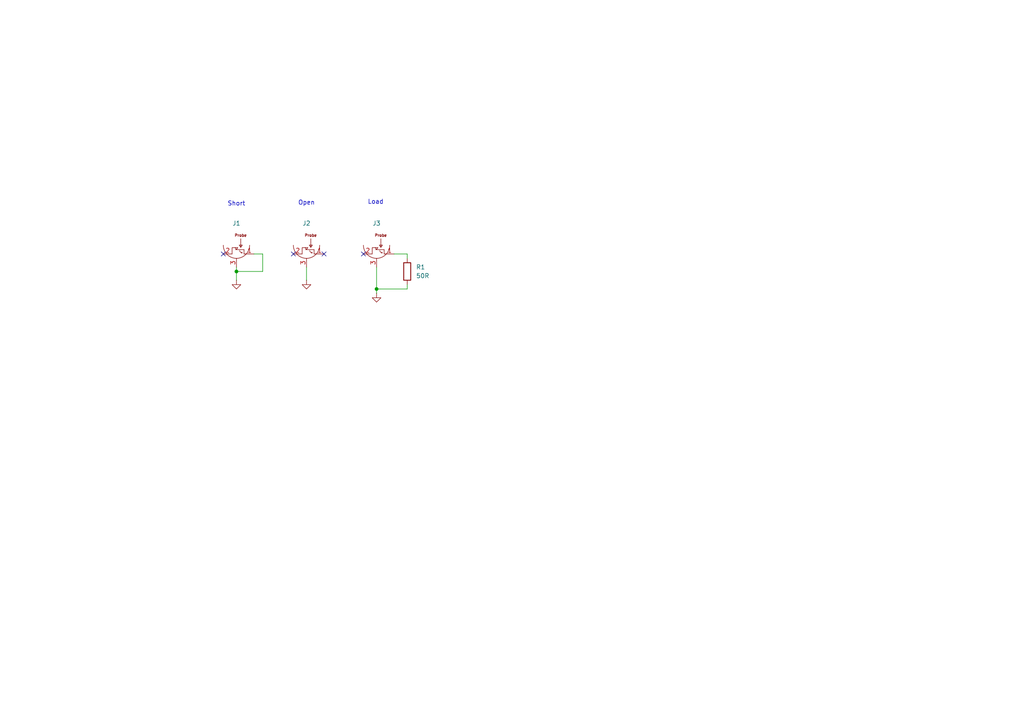
<source format=kicad_sch>
(kicad_sch
	(version 20231120)
	(generator "eeschema")
	(generator_version "8.0")
	(uuid "eee78a48-d061-4a3f-8d99-a02a34dfc9e6")
	(paper "A4")
	(lib_symbols
		(symbol "Connector_Custom:Conn_Coaxial_Switched"
			(pin_names
				(offset 1.016) hide)
			(exclude_from_sim no)
			(in_bom yes)
			(on_board yes)
			(property "Reference" "J"
				(at -2.54 13.97 0)
				(effects
					(font
						(size 1.27 1.27)
					)
				)
			)
			(property "Value" "Conn_Coaxial_Switched"
				(at -2.54 11.43 0)
				(effects
					(font
						(size 1.27 1.27)
					)
				)
			)
			(property "Footprint" ""
				(at -1.27 2.54 90)
				(effects
					(font
						(size 1.27 1.27)
					)
					(hide yes)
				)
			)
			(property "Datasheet" "https://au.mouser.com/datasheet/2/281/1/MURE_S_A0002490443_1-2522016.pdf"
				(at -25.4 -8.89 90)
				(effects
					(font
						(size 1.27 1.27)
					)
					(hide yes)
				)
			)
			(property "Description" "coaxial connector (BNC, SMA, SMB, SMC, Cinch/RCA, LEMO, ...)"
				(at 0 0 0)
				(effects
					(font
						(size 1.27 1.27)
					)
					(hide yes)
				)
			)
			(property "ki_keywords" "BNC SMA SMB SMC LEMO coaxial connector CINCH RCA"
				(at 0 0 0)
				(effects
					(font
						(size 1.27 1.27)
					)
					(hide yes)
				)
			)
			(property "ki_fp_filters" "*BNC* *SMA* *SMB* *SMC* *Cinch* *LEMO*"
				(at 0 0 0)
				(effects
					(font
						(size 1.27 1.27)
					)
					(hide yes)
				)
			)
			(symbol "Conn_Coaxial_Switched_0_1"
				(polyline
					(pts
						(xy -3.81 2.54) (xy -3.4581 2.5396)
					)
					(stroke
						(width 0)
						(type default)
					)
					(fill
						(type none)
					)
				)
				(polyline
					(pts
						(xy -3.4694 3.81) (xy -0.9591 3.8117)
					)
					(stroke
						(width 0)
						(type default)
					)
					(fill
						(type none)
					)
				)
				(polyline
					(pts
						(xy -3.4636 2.5479) (xy -3.4637 3.7817)
					)
					(stroke
						(width 0)
						(type default)
					)
					(fill
						(type none)
					)
				)
				(polyline
					(pts
						(xy -1.6496 4.3905) (xy -0.0436 4.3863)
					)
					(stroke
						(width 0)
						(type default)
					)
					(fill
						(type none)
					)
				)
				(polyline
					(pts
						(xy -1.27 3.81) (xy -1.6496 4.3821)
					)
					(stroke
						(width 0)
						(type default)
					)
					(fill
						(type none)
					)
				)
				(polyline
					(pts
						(xy -1.27 3.81) (xy -0.8792 4.3738)
					)
					(stroke
						(width 0)
						(type default)
					)
					(fill
						(type none)
					)
				)
				(polyline
					(pts
						(xy 0 2.54) (xy -0.0076 4.3577)
					)
					(stroke
						(width 0)
						(type default)
					)
					(fill
						(type none)
					)
				)
				(polyline
					(pts
						(xy -2.5205 6.9681) (xy -2.5205 4.4281) (xy -2.9845 5.1135) (xy -2.0634 5.1135) (xy -2.5205 4.4281)
					)
					(stroke
						(width 0)
						(type default)
					)
					(fill
						(type none)
					)
				)
			)
			(symbol "Conn_Coaxial_Switched_1_1"
				(arc
					(start -5.08 5.08)
					(mid -3.9641 2.3859)
					(end -1.27 1.27)
					(stroke
						(width 0)
						(type default)
					)
					(fill
						(type none)
					)
				)
				(arc
					(start -2.9229 2.8945)
					(mid -2.4351 3.0732)
					(end -2.2164 3.5445)
					(stroke
						(width 0)
						(type default)
					)
					(fill
						(type none)
					)
				)
				(arc
					(start -1.27 1.27)
					(mid 1.4241 2.3859)
					(end 2.54 5.08)
					(stroke
						(width 0)
						(type default)
					)
					(fill
						(type none)
					)
				)
				(polyline
					(pts
						(xy -2.923 2.8993) (xy -2.803 3.0779) (xy -2.9174 2.8965) (xy -2.7834 2.757)
					)
					(stroke
						(width 0)
						(type default)
					)
					(fill
						(type none)
					)
				)
				(text "Probe"
					(at -2.4922 7.9484 0)
					(effects
						(font
							(size 0.8 0.8)
						)
					)
				)
				(pin passive line
					(at -6.35 2.54 0)
					(length 2.54)
					(name "In"
						(effects
							(font
								(size 1.27 1.27)
							)
						)
					)
					(number "1"
						(effects
							(font
								(size 1.27 1.27)
							)
						)
					)
				)
				(pin passive line
					(at 2.54 2.54 180)
					(length 2.54)
					(name "Out"
						(effects
							(font
								(size 1.27 1.27)
							)
						)
					)
					(number "2"
						(effects
							(font
								(size 1.27 1.27)
							)
						)
					)
				)
				(pin power_in line
					(at -1.27 -1.27 90)
					(length 2.54)
					(name "GND"
						(effects
							(font
								(size 1.27 1.27)
							)
						)
					)
					(number "3"
						(effects
							(font
								(size 1.27 1.27)
							)
						)
					)
				)
			)
		)
		(symbol "Device:R"
			(pin_numbers hide)
			(pin_names
				(offset 0)
			)
			(exclude_from_sim no)
			(in_bom yes)
			(on_board yes)
			(property "Reference" "R"
				(at 2.032 0 90)
				(effects
					(font
						(size 1.27 1.27)
					)
				)
			)
			(property "Value" "R"
				(at 0 0 90)
				(effects
					(font
						(size 1.27 1.27)
					)
				)
			)
			(property "Footprint" ""
				(at -1.778 0 90)
				(effects
					(font
						(size 1.27 1.27)
					)
					(hide yes)
				)
			)
			(property "Datasheet" "~"
				(at 0 0 0)
				(effects
					(font
						(size 1.27 1.27)
					)
					(hide yes)
				)
			)
			(property "Description" "Resistor"
				(at 0 0 0)
				(effects
					(font
						(size 1.27 1.27)
					)
					(hide yes)
				)
			)
			(property "ki_keywords" "R res resistor"
				(at 0 0 0)
				(effects
					(font
						(size 1.27 1.27)
					)
					(hide yes)
				)
			)
			(property "ki_fp_filters" "R_*"
				(at 0 0 0)
				(effects
					(font
						(size 1.27 1.27)
					)
					(hide yes)
				)
			)
			(symbol "R_0_1"
				(rectangle
					(start -1.016 -2.54)
					(end 1.016 2.54)
					(stroke
						(width 0.254)
						(type default)
					)
					(fill
						(type none)
					)
				)
			)
			(symbol "R_1_1"
				(pin passive line
					(at 0 3.81 270)
					(length 1.27)
					(name "~"
						(effects
							(font
								(size 1.27 1.27)
							)
						)
					)
					(number "1"
						(effects
							(font
								(size 1.27 1.27)
							)
						)
					)
				)
				(pin passive line
					(at 0 -3.81 90)
					(length 1.27)
					(name "~"
						(effects
							(font
								(size 1.27 1.27)
							)
						)
					)
					(number "2"
						(effects
							(font
								(size 1.27 1.27)
							)
						)
					)
				)
			)
		)
		(symbol "power:GND"
			(power)
			(pin_numbers hide)
			(pin_names
				(offset 0) hide)
			(exclude_from_sim no)
			(in_bom yes)
			(on_board yes)
			(property "Reference" "#PWR"
				(at 0 -6.35 0)
				(effects
					(font
						(size 1.27 1.27)
					)
					(hide yes)
				)
			)
			(property "Value" "GND"
				(at 0 -3.81 0)
				(effects
					(font
						(size 1.27 1.27)
					)
				)
			)
			(property "Footprint" ""
				(at 0 0 0)
				(effects
					(font
						(size 1.27 1.27)
					)
					(hide yes)
				)
			)
			(property "Datasheet" ""
				(at 0 0 0)
				(effects
					(font
						(size 1.27 1.27)
					)
					(hide yes)
				)
			)
			(property "Description" "Power symbol creates a global label with name \"GND\" , ground"
				(at 0 0 0)
				(effects
					(font
						(size 1.27 1.27)
					)
					(hide yes)
				)
			)
			(property "ki_keywords" "global power"
				(at 0 0 0)
				(effects
					(font
						(size 1.27 1.27)
					)
					(hide yes)
				)
			)
			(symbol "GND_0_1"
				(polyline
					(pts
						(xy 0 0) (xy 0 -1.27) (xy 1.27 -1.27) (xy 0 -2.54) (xy -1.27 -1.27) (xy 0 -1.27)
					)
					(stroke
						(width 0)
						(type default)
					)
					(fill
						(type none)
					)
				)
			)
			(symbol "GND_1_1"
				(pin power_in line
					(at 0 0 270)
					(length 0)
					(name "~"
						(effects
							(font
								(size 1.27 1.27)
							)
						)
					)
					(number "1"
						(effects
							(font
								(size 1.27 1.27)
							)
						)
					)
				)
			)
		)
	)
	(junction
		(at 109.22 83.82)
		(diameter 0)
		(color 0 0 0 0)
		(uuid "5bf4a981-458f-4417-8594-302d12e3da44")
	)
	(junction
		(at 68.58 78.74)
		(diameter 0)
		(color 0 0 0 0)
		(uuid "8eddc70a-475a-4295-b396-222cdd2229c1")
	)
	(no_connect
		(at 105.41 73.66)
		(uuid "305b1646-b1d9-445d-b3cf-da91206747e1")
	)
	(no_connect
		(at 85.09 73.66)
		(uuid "60110178-a34d-47fa-8efa-8d4c3e66fec7")
	)
	(no_connect
		(at 93.98 73.66)
		(uuid "6cbca367-4a81-4d58-b2d6-6b9ada10ffbf")
	)
	(no_connect
		(at 64.77 73.66)
		(uuid "d4cdcb10-d0d3-42c4-b202-ddbce13b5a71")
	)
	(wire
		(pts
			(xy 68.58 78.74) (xy 76.2 78.74)
		)
		(stroke
			(width 0)
			(type default)
		)
		(uuid "11d80361-de10-4c28-921d-60f6afe1128b")
	)
	(wire
		(pts
			(xy 76.2 73.66) (xy 73.66 73.66)
		)
		(stroke
			(width 0)
			(type default)
		)
		(uuid "31964f2a-7d9c-46fb-a037-ed1022be66c2")
	)
	(wire
		(pts
			(xy 109.22 83.82) (xy 118.11 83.82)
		)
		(stroke
			(width 0)
			(type default)
		)
		(uuid "5183c8da-0c82-427e-8b4c-780e8e3adb17")
	)
	(wire
		(pts
			(xy 109.22 85.09) (xy 109.22 83.82)
		)
		(stroke
			(width 0)
			(type default)
		)
		(uuid "67745611-b631-4840-a305-19163b73bdcb")
	)
	(wire
		(pts
			(xy 118.11 83.82) (xy 118.11 82.55)
		)
		(stroke
			(width 0)
			(type default)
		)
		(uuid "6e46ca37-bb69-4e3f-866b-1cf07fd166c7")
	)
	(wire
		(pts
			(xy 118.11 73.66) (xy 114.3 73.66)
		)
		(stroke
			(width 0)
			(type default)
		)
		(uuid "70f58095-b28a-4a2a-b748-9a3db1683c80")
	)
	(wire
		(pts
			(xy 109.22 77.47) (xy 109.22 83.82)
		)
		(stroke
			(width 0)
			(type default)
		)
		(uuid "8de35ce6-0943-4a14-a714-39ef3eb51357")
	)
	(wire
		(pts
			(xy 76.2 78.74) (xy 76.2 73.66)
		)
		(stroke
			(width 0)
			(type default)
		)
		(uuid "99a143a8-fd02-4b0d-a143-cd637d197e82")
	)
	(wire
		(pts
			(xy 88.9 77.47) (xy 88.9 81.28)
		)
		(stroke
			(width 0)
			(type default)
		)
		(uuid "b856e2ac-dd70-4120-a51d-712ccaf5d37e")
	)
	(wire
		(pts
			(xy 68.58 77.47) (xy 68.58 78.74)
		)
		(stroke
			(width 0)
			(type default)
		)
		(uuid "cd1a9181-2df4-4bd5-9812-90fc4a0775e2")
	)
	(wire
		(pts
			(xy 118.11 74.93) (xy 118.11 73.66)
		)
		(stroke
			(width 0)
			(type default)
		)
		(uuid "e5876d7f-ae93-4122-a523-bd807dd798a0")
	)
	(wire
		(pts
			(xy 68.58 78.74) (xy 68.58 81.28)
		)
		(stroke
			(width 0)
			(type default)
		)
		(uuid "eea497a2-6357-42df-a7c3-8d07b8a1dd19")
	)
	(text "Load"
		(exclude_from_sim no)
		(at 108.966 58.674 0)
		(effects
			(font
				(size 1.27 1.27)
			)
		)
		(uuid "02b1d585-ff97-47ef-a80c-67ed9958f98e")
	)
	(text "Open"
		(exclude_from_sim no)
		(at 88.9 58.928 0)
		(effects
			(font
				(size 1.27 1.27)
			)
		)
		(uuid "3401a502-0ef8-4614-b9dd-66abbbe9f995")
	)
	(text "Short"
		(exclude_from_sim no)
		(at 68.58 59.182 0)
		(effects
			(font
				(size 1.27 1.27)
			)
		)
		(uuid "fc839930-0e44-41a1-97d6-613e4346572f")
	)
	(symbol
		(lib_id "power:GND")
		(at 88.9 81.28 0)
		(unit 1)
		(exclude_from_sim no)
		(in_bom yes)
		(on_board yes)
		(dnp no)
		(fields_autoplaced yes)
		(uuid "2d80e685-7f56-4a7e-94a7-1a92c5950558")
		(property "Reference" "#PWR02"
			(at 88.9 87.63 0)
			(effects
				(font
					(size 1.27 1.27)
				)
				(hide yes)
			)
		)
		(property "Value" "GND"
			(at 88.9 86.36 0)
			(effects
				(font
					(size 1.27 1.27)
				)
				(hide yes)
			)
		)
		(property "Footprint" ""
			(at 88.9 81.28 0)
			(effects
				(font
					(size 1.27 1.27)
				)
				(hide yes)
			)
		)
		(property "Datasheet" ""
			(at 88.9 81.28 0)
			(effects
				(font
					(size 1.27 1.27)
				)
				(hide yes)
			)
		)
		(property "Description" "Power symbol creates a global label with name \"GND\" , ground"
			(at 88.9 81.28 0)
			(effects
				(font
					(size 1.27 1.27)
				)
				(hide yes)
			)
		)
		(pin "1"
			(uuid "b31e1503-3449-495b-956c-7c2db830b15c")
		)
		(instances
			(project "VNA_Calibrator"
				(path "/eee78a48-d061-4a3f-8d99-a02a34dfc9e6"
					(reference "#PWR02")
					(unit 1)
				)
			)
		)
	)
	(symbol
		(lib_id "power:GND")
		(at 109.22 85.09 0)
		(unit 1)
		(exclude_from_sim no)
		(in_bom yes)
		(on_board yes)
		(dnp no)
		(fields_autoplaced yes)
		(uuid "72fc1de9-bab3-4c77-804c-3822f185d88e")
		(property "Reference" "#PWR03"
			(at 109.22 91.44 0)
			(effects
				(font
					(size 1.27 1.27)
				)
				(hide yes)
			)
		)
		(property "Value" "GND"
			(at 109.22 90.17 0)
			(effects
				(font
					(size 1.27 1.27)
				)
				(hide yes)
			)
		)
		(property "Footprint" ""
			(at 109.22 85.09 0)
			(effects
				(font
					(size 1.27 1.27)
				)
				(hide yes)
			)
		)
		(property "Datasheet" ""
			(at 109.22 85.09 0)
			(effects
				(font
					(size 1.27 1.27)
				)
				(hide yes)
			)
		)
		(property "Description" "Power symbol creates a global label with name \"GND\" , ground"
			(at 109.22 85.09 0)
			(effects
				(font
					(size 1.27 1.27)
				)
				(hide yes)
			)
		)
		(pin "1"
			(uuid "a288bda8-2057-46b3-8252-d287e761f136")
		)
		(instances
			(project "VNA_Calibrator"
				(path "/eee78a48-d061-4a3f-8d99-a02a34dfc9e6"
					(reference "#PWR03")
					(unit 1)
				)
			)
		)
	)
	(symbol
		(lib_id "power:GND")
		(at 68.58 81.28 0)
		(unit 1)
		(exclude_from_sim no)
		(in_bom yes)
		(on_board yes)
		(dnp no)
		(fields_autoplaced yes)
		(uuid "7f23051a-ec80-4cd2-a9e9-3a57f80162ad")
		(property "Reference" "#PWR01"
			(at 68.58 87.63 0)
			(effects
				(font
					(size 1.27 1.27)
				)
				(hide yes)
			)
		)
		(property "Value" "GND"
			(at 68.58 86.36 0)
			(effects
				(font
					(size 1.27 1.27)
				)
				(hide yes)
			)
		)
		(property "Footprint" ""
			(at 68.58 81.28 0)
			(effects
				(font
					(size 1.27 1.27)
				)
				(hide yes)
			)
		)
		(property "Datasheet" ""
			(at 68.58 81.28 0)
			(effects
				(font
					(size 1.27 1.27)
				)
				(hide yes)
			)
		)
		(property "Description" "Power symbol creates a global label with name \"GND\" , ground"
			(at 68.58 81.28 0)
			(effects
				(font
					(size 1.27 1.27)
				)
				(hide yes)
			)
		)
		(pin "1"
			(uuid "8d3d8b71-2309-4203-88a7-f93c5422763f")
		)
		(instances
			(project "VNA_Calibrator"
				(path "/eee78a48-d061-4a3f-8d99-a02a34dfc9e6"
					(reference "#PWR01")
					(unit 1)
				)
			)
		)
	)
	(symbol
		(lib_id "Connector_Custom:Conn_Coaxial_Switched")
		(at 107.95 76.2 0)
		(mirror y)
		(unit 1)
		(exclude_from_sim no)
		(in_bom yes)
		(on_board yes)
		(dnp no)
		(uuid "812fad4d-6e97-4a29-b4b8-1bb114736b85")
		(property "Reference" "J3"
			(at 109.22 64.77 0)
			(effects
				(font
					(size 1.27 1.27)
				)
			)
		)
		(property "Value" "Conn_Coaxial_Switched"
			(at 109.22 64.77 0)
			(effects
				(font
					(size 1.27 1.27)
				)
				(hide yes)
			)
		)
		(property "Footprint" "Connector_Coaxial_Custom:Murata_MM8030_2610_Custom"
			(at 109.22 73.66 90)
			(effects
				(font
					(size 1.27 1.27)
				)
				(hide yes)
			)
		)
		(property "Datasheet" "https://au.mouser.com/datasheet/2/281/1/MURE_S_A0002490443_1-2522016.pdf"
			(at 133.35 85.09 90)
			(effects
				(font
					(size 1.27 1.27)
				)
				(hide yes)
			)
		)
		(property "Description" "coaxial connector (BNC, SMA, SMB, SMC, Cinch/RCA, LEMO, ...)"
			(at 107.95 76.2 0)
			(effects
				(font
					(size 1.27 1.27)
				)
				(hide yes)
			)
		)
		(pin "3"
			(uuid "c4333bb9-1834-411f-8eb1-70eb8abfc9ad")
		)
		(pin "1"
			(uuid "e0a5cfe1-c18a-463a-b971-a383c8e0c9b3")
		)
		(pin "2"
			(uuid "07bf5baa-b892-435f-800e-96f3a8e13cca")
		)
		(instances
			(project "VNA_Calibrator"
				(path "/eee78a48-d061-4a3f-8d99-a02a34dfc9e6"
					(reference "J3")
					(unit 1)
				)
			)
		)
	)
	(symbol
		(lib_id "Connector_Custom:Conn_Coaxial_Switched")
		(at 67.31 76.2 0)
		(mirror y)
		(unit 1)
		(exclude_from_sim no)
		(in_bom yes)
		(on_board yes)
		(dnp no)
		(uuid "81fe89a7-2188-4316-8555-d3cdffe91d2d")
		(property "Reference" "J1"
			(at 68.58 64.77 0)
			(effects
				(font
					(size 1.27 1.27)
				)
			)
		)
		(property "Value" "Conn_Coaxial_Switched"
			(at 68.58 64.77 0)
			(effects
				(font
					(size 1.27 1.27)
				)
				(hide yes)
			)
		)
		(property "Footprint" "Connector_Coaxial_Custom:Murata_MM8030_2610_Custom"
			(at 68.58 73.66 90)
			(effects
				(font
					(size 1.27 1.27)
				)
				(hide yes)
			)
		)
		(property "Datasheet" "https://au.mouser.com/datasheet/2/281/1/MURE_S_A0002490443_1-2522016.pdf"
			(at 92.71 85.09 90)
			(effects
				(font
					(size 1.27 1.27)
				)
				(hide yes)
			)
		)
		(property "Description" "coaxial connector (BNC, SMA, SMB, SMC, Cinch/RCA, LEMO, ...)"
			(at 67.31 76.2 0)
			(effects
				(font
					(size 1.27 1.27)
				)
				(hide yes)
			)
		)
		(pin "3"
			(uuid "4049c170-a994-4612-a6b9-5cd39bb6e41d")
		)
		(pin "1"
			(uuid "32abc537-35b1-45eb-990f-0155d7abaa75")
		)
		(pin "2"
			(uuid "916001fd-d69e-4795-b278-998652935c54")
		)
		(instances
			(project "VNA_Calibrator"
				(path "/eee78a48-d061-4a3f-8d99-a02a34dfc9e6"
					(reference "J1")
					(unit 1)
				)
			)
		)
	)
	(symbol
		(lib_id "Connector_Custom:Conn_Coaxial_Switched")
		(at 87.63 76.2 0)
		(mirror y)
		(unit 1)
		(exclude_from_sim no)
		(in_bom yes)
		(on_board yes)
		(dnp no)
		(uuid "88291c87-22d6-4b5b-adbb-114b7a136be1")
		(property "Reference" "J2"
			(at 88.9 64.77 0)
			(effects
				(font
					(size 1.27 1.27)
				)
			)
		)
		(property "Value" "Conn_Coaxial_Switched"
			(at 88.9 64.77 0)
			(effects
				(font
					(size 1.27 1.27)
				)
				(hide yes)
			)
		)
		(property "Footprint" "Connector_Coaxial_Custom:Murata_MM8030_2610_Custom"
			(at 88.9 73.66 90)
			(effects
				(font
					(size 1.27 1.27)
				)
				(hide yes)
			)
		)
		(property "Datasheet" "https://au.mouser.com/datasheet/2/281/1/MURE_S_A0002490443_1-2522016.pdf"
			(at 113.03 85.09 90)
			(effects
				(font
					(size 1.27 1.27)
				)
				(hide yes)
			)
		)
		(property "Description" "coaxial connector (BNC, SMA, SMB, SMC, Cinch/RCA, LEMO, ...)"
			(at 87.63 76.2 0)
			(effects
				(font
					(size 1.27 1.27)
				)
				(hide yes)
			)
		)
		(pin "3"
			(uuid "66a7f3aa-790d-4ea8-bc0e-c6001692148c")
		)
		(pin "1"
			(uuid "7770bebd-a1cd-4fa4-a922-b0f242e26967")
		)
		(pin "2"
			(uuid "1d27c31f-550e-400e-a6b6-badc49c6d61f")
		)
		(instances
			(project "VNA_Calibrator"
				(path "/eee78a48-d061-4a3f-8d99-a02a34dfc9e6"
					(reference "J2")
					(unit 1)
				)
			)
		)
	)
	(symbol
		(lib_id "Device:R")
		(at 118.11 78.74 0)
		(unit 1)
		(exclude_from_sim no)
		(in_bom yes)
		(on_board yes)
		(dnp no)
		(fields_autoplaced yes)
		(uuid "c270d138-a269-48f7-8af0-23cddfb7bf1c")
		(property "Reference" "R1"
			(at 120.65 77.4699 0)
			(effects
				(font
					(size 1.27 1.27)
				)
				(justify left)
			)
		)
		(property "Value" "50R"
			(at 120.65 80.0099 0)
			(effects
				(font
					(size 1.27 1.27)
				)
				(justify left)
			)
		)
		(property "Footprint" "Resistor_SMD_Custom:R_0402_1005Metric_Custom"
			(at 116.332 78.74 90)
			(effects
				(font
					(size 1.27 1.27)
				)
				(hide yes)
			)
		)
		(property "Datasheet" "~"
			(at 118.11 78.74 0)
			(effects
				(font
					(size 1.27 1.27)
				)
				(hide yes)
			)
		)
		(property "Description" "Resistor"
			(at 118.11 78.74 0)
			(effects
				(font
					(size 1.27 1.27)
				)
				(hide yes)
			)
		)
		(pin "1"
			(uuid "9e6992e2-0bd4-4940-b523-b0ed3828582b")
		)
		(pin "2"
			(uuid "4f22b259-0b2c-4f4b-9d8b-d3dbbeb3b90c")
		)
		(instances
			(project "VNA_Calibrator"
				(path "/eee78a48-d061-4a3f-8d99-a02a34dfc9e6"
					(reference "R1")
					(unit 1)
				)
			)
		)
	)
	(sheet_instances
		(path "/"
			(page "1")
		)
	)
)
</source>
